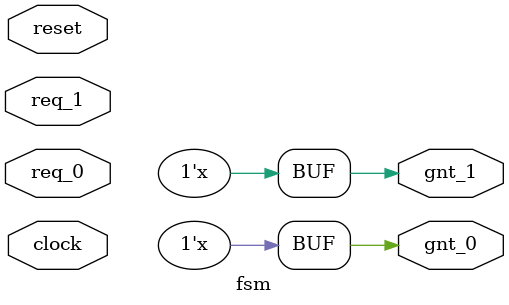
<source format=v>
/* Generated by Yosys 0.55+46 (git sha1 aa1daa702, g++ 11.4.0-1ubuntu1~22.04 -fPIC -O3) */

(* top =  1  *)
(* dynports =  1  *)
(* src = "dut.sv:1.2-51.10" *)
module fsm(clock, reset, req_0, req_1, gnt_0, gnt_1);
  (* src = "dut.sv:1.15-1.20" *)
  input clock;
  wire clock;
  (* src = "dut.sv:1.43-1.48" *)
  output gnt_0;
  wire gnt_0;
  (* src = "dut.sv:1.50-1.55" *)
  output gnt_1;
  wire gnt_1;
  (* src = "dut.sv:1.29-1.34" *)
  input req_0;
  wire req_0;
  (* src = "dut.sv:1.36-1.41" *)
  input req_1;
  wire req_1;
  (* src = "dut.sv:1.22-1.27" *)
  input reset;
  wire reset;
  assign gnt_0 = 1'hx;
  assign gnt_1 = 1'hx;
endmodule

</source>
